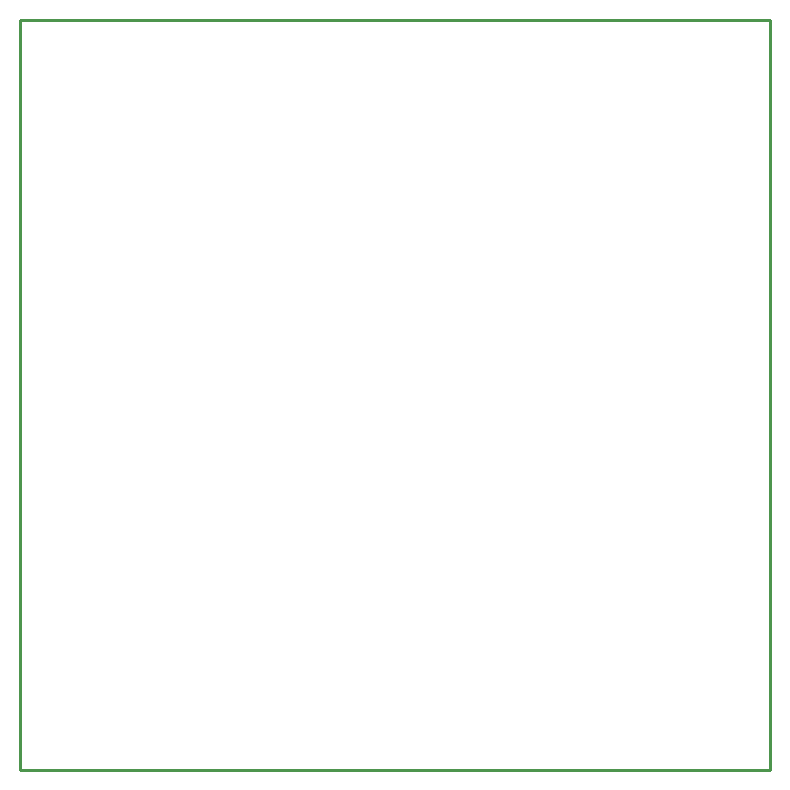
<source format=gko>
%TF.GenerationSoftware,KiCad,Pcbnew,9.0.6*%
%TF.CreationDate,2026-01-12T20:51:52-08:00*%
%TF.ProjectId,Board1,426f6172-6431-42e6-9b69-6361645f7063,rev?*%
%TF.SameCoordinates,Original*%
%TF.FileFunction,Profile,NP*%
%FSLAX46Y46*%
G04 Gerber Fmt 4.6, Leading zero omitted, Abs format (unit mm)*
G04 Created by KiCad (PCBNEW 9.0.6) date 2026-01-12 20:51:52*
%MOMM*%
%LPD*%
G01*
G04 APERTURE LIST*
%TA.AperFunction,Profile*%
%ADD10C,0.254000*%
%TD*%
G04 APERTURE END LIST*
D10*
X99970250Y-50014000D02*
X163470250Y-50014000D01*
X163470250Y-113514000D01*
X99970250Y-113514000D01*
X99970250Y-50014000D01*
M02*

</source>
